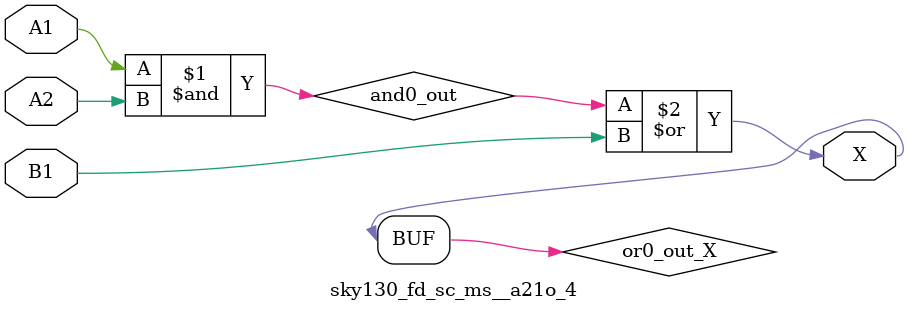
<source format=v>
/*
 * Copyright 2020 The SkyWater PDK Authors
 *
 * Licensed under the Apache License, Version 2.0 (the "License");
 * you may not use this file except in compliance with the License.
 * You may obtain a copy of the License at
 *
 *     https://www.apache.org/licenses/LICENSE-2.0
 *
 * Unless required by applicable law or agreed to in writing, software
 * distributed under the License is distributed on an "AS IS" BASIS,
 * WITHOUT WARRANTIES OR CONDITIONS OF ANY KIND, either express or implied.
 * See the License for the specific language governing permissions and
 * limitations under the License.
 *
 * SPDX-License-Identifier: Apache-2.0
*/


`ifndef SKY130_FD_SC_MS__A21O_4_FUNCTIONAL_V
`define SKY130_FD_SC_MS__A21O_4_FUNCTIONAL_V

/**
 * a21o: 2-input AND into first input of 2-input OR.
 *
 *       X = ((A1 & A2) | B1)
 *
 * Verilog simulation functional model.
 */

`timescale 1ns / 1ps
`default_nettype none

`celldefine
module sky130_fd_sc_ms__a21o_4 (
    X ,
    A1,
    A2,
    B1
);

    // Module ports
    output X ;
    input  A1;
    input  A2;
    input  B1;

    // Local signals
    wire and0_out ;
    wire or0_out_X;

    //  Name  Output     Other arguments
    and and0 (and0_out , A1, A2         );
    or  or0  (or0_out_X, and0_out, B1   );
    buf buf0 (X        , or0_out_X      );

endmodule
`endcelldefine

`default_nettype wire
`endif  // SKY130_FD_SC_MS__A21O_4_FUNCTIONAL_V

</source>
